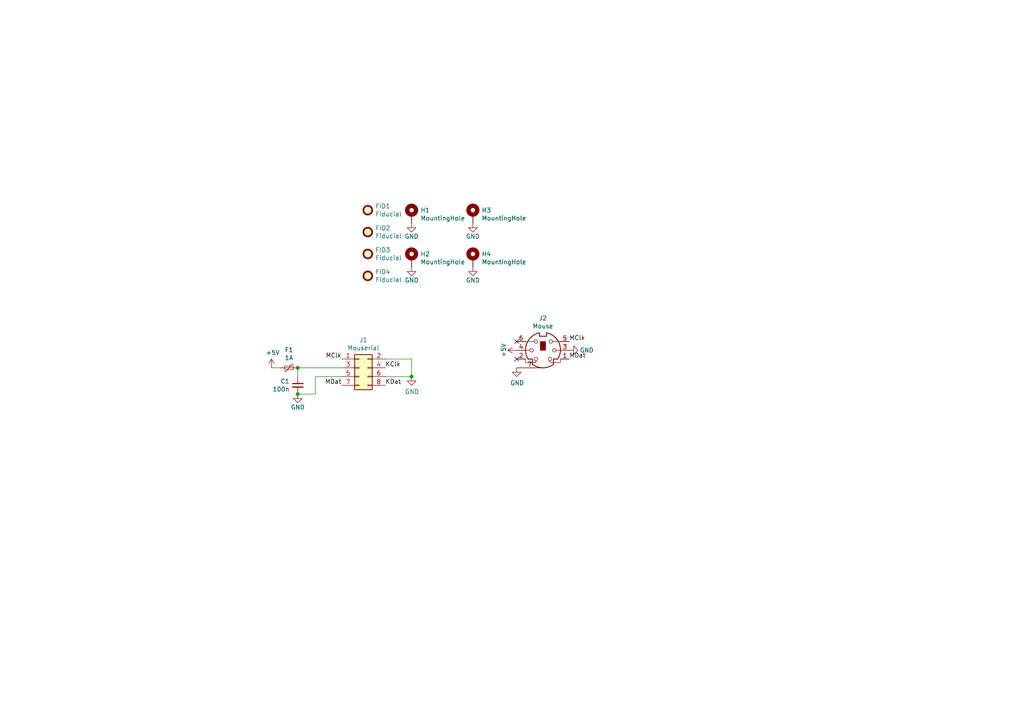
<source format=kicad_sch>
(kicad_sch (version 20230121) (generator eeschema)
  (paper "A4")
  (lib_symbols
    (symbol "Connector_Generic:Conn_02x04_Odd_Even" (pin_names (offset 1.016) hide)
      (property "Reference" "J" (at 1.27 5.08 0))
      (property "Value" "Conn_02x04_Odd_Even" (at 1.27 -7.62 0))
      (symbol "Conn_02x04_Odd_Even_1_1"
        (rectangle (start -1.27 -4.953) (end 0 -5.207) (stroke (width 0.1524)))
        (rectangle (start -1.27 -2.413) (end 0 -2.667) (stroke (width 0.1524)))
        (rectangle (start -1.27 0.127) (end 0 -0.127) (stroke (width 0.1524)))
        (rectangle (start -1.27 2.667) (end 0 2.413) (stroke (width 0.1524)))
        (rectangle (start -1.27 3.81) (end 3.81 -6.35) (stroke (width 0.254)) (fill (type background)))
        (rectangle (start 3.81 -4.953) (end 2.54 -5.207) (stroke (width 0.1524)))
        (rectangle (start 3.81 -2.413) (end 2.54 -2.667) (stroke (width 0.1524)))
        (rectangle (start 3.81 0.127) (end 2.54 -0.127) (stroke (width 0.1524)))
        (rectangle (start 3.81 2.667) (end 2.54 2.413) (stroke (width 0.1524)))
        (pin passive line (at -5.08 2.54 0) (length 3.81) (name "Pin_1") (number "1"))
        (pin passive line (at 7.62 2.54 180) (length 3.81) (name "Pin_2") (number "2"))
        (pin passive line (at -5.08 0 0) (length 3.81) (name "Pin_3") (number "3"))
        (pin passive line (at 7.62 0 180) (length 3.81) (name "Pin_4") (number "4"))
        (pin passive line (at -5.08 -2.54 0) (length 3.81) (name "Pin_5") (number "5"))
        (pin passive line (at 7.62 -2.54 180) (length 3.81) (name "Pin_6") (number "6"))
        (pin passive line (at -5.08 -5.08 0) (length 3.81) (name "Pin_7") (number "7"))
        (pin passive line (at 7.62 -5.08 180) (length 3.81) (name "Pin_8") (number "8"))
      )
    )
    (symbol "Device:C_Small" (pin_numbers hide) (pin_names (offset 0.254) hide)
      (property "Reference" "C" (at 0.254 1.778 0))
      (property "Value" "C_Small" (at 0.254 -2.032 0))
      (symbol "C_Small_0_1"
        (polyline (pts (xy -1.524 -0.508) (xy 1.524 -0.508)) (stroke (width 0.3302)))
        (polyline (pts (xy -1.524 0.508) (xy 1.524 0.508)) (stroke (width 0.3048)))
      )
      (symbol "C_Small_1_1"
        (pin passive line (at 0 2.54 270) (length 2.032) (name "~") (number "1"))
        (pin passive line (at 0 -2.54 90) (length 2.032) (name "~") (number "2"))
      )
    )
    (symbol "Device:Polyfuse_Small" (pin_numbers hide) (pin_names (offset 0))
      (property "Reference" "F" (at -1.905 0 90))
      (property "Value" "Polyfuse_Small" (at 1.905 0 90))
      (symbol "Polyfuse_Small_0_1"
        (rectangle (start -0.508 1.27) (end 0.508 -1.27))
        (polyline (pts (xy 0 2.54) (xy 0 -2.54)))
        (polyline (pts (xy -1.016 1.27) (xy -1.016 0.762) (xy 1.016 -0.762) (xy 1.016 -1.27)))
      )
      (symbol "Polyfuse_Small_1_1"
        (pin passive line (at 0 2.54 270) (length 0.635) (name "~") (number "1"))
        (pin passive line (at 0 -2.54 90) (length 0.635) (name "~") (number "2"))
      )
    )
    (symbol "Mechanical:Fiducial"
      (property "Reference" "FID" (at 0 5.08 0))
      (property "Value" "Fiducial" (at 0 3.175 0))
      (symbol "Fiducial_0_1"
        (circle (center 0 0) (radius 1.27) (stroke (width 0.508)) (fill (type background)))
      )
    )
    (symbol "Mechanical:MountingHole_Pad" (pin_numbers hide) (pin_names (offset 1.016) hide)
      (property "Reference" "H" (at 0 6.35 0))
      (property "Value" "MountingHole_Pad" (at 0 4.445 0))
      (symbol "MountingHole_Pad_0_1"
        (circle (center 0 1.27) (radius 1.27) (stroke (width 1.27)))
      )
      (symbol "MountingHole_Pad_1_1"
        (pin input line (at 0 -2.54 90) (length 2.54) (name "1") (number "1"))
      )
    )
    (symbol "mouserial-mouse-rescue:MiniDIN-6-StandardParts" (pin_names (offset 1.016))
      (property "Reference" "U" (at 1.27 15.24 0))
      (property "Value" "StandardParts_MiniDIN-6" (at 0 -6.35 0))
      (symbol "MiniDIN-6-StandardParts_1_1"
        (circle (center -3.302 0) (radius 0.508))
        (arc (start -3.048 -4.064) (mid 0 -5.08) (end 3.048 -4.064) (stroke (width 0.254)))
        (circle (center -2.032 -2.54) (radius 0.508))
        (circle (center -2.032 2.54) (radius 0.508))
        (arc (start -1.016 5.08) (mid -4.6228 2.1214) (end -4.318 -2.54) (stroke (width 0.254)))
        (rectangle (start -0.762 2.54) (end 0.762 0) (fill (type outline)))
        (polyline (pts (xy -3.81 0) (xy -5.08 0)))
        (polyline (pts (xy -2.54 2.54) (xy -5.08 2.54)))
        (polyline (pts (xy 2.794 2.54) (xy 5.08 2.54)))
        (polyline (pts (xy 5.08 0) (xy 3.81 0)))
        (polyline (pts (xy -4.318 -2.54) (xy -3.048 -2.54) (xy -3.048 -4.064)) (stroke (width 0.254)))
        (polyline (pts (xy 4.318 -2.54) (xy 3.048 -2.54) (xy 3.048 -4.064)) (stroke (width 0.254)))
        (polyline (pts (xy -2.032 -3.048) (xy -2.032 -3.556) (xy -5.08 -3.556) (xy -5.08 -2.54)))
        (polyline (pts (xy -1.016 5.08) (xy -1.016 4.064) (xy 1.016 4.064) (xy 1.016 5.08)) (stroke (width 0.254)))
        (polyline (pts (xy 2.032 -3.048) (xy 2.032 -3.556) (xy 5.08 -3.556) (xy 5.08 -2.54)))
        (circle (center 2.032 -2.54) (radius 0.508))
        (circle (center 2.286 2.54) (radius 0.508))
        (circle (center 3.302 0) (radius 0.508))
        (arc (start 4.318 -2.54) (mid 4.6661 2.1322) (end 1.016 5.08) (stroke (width 0.254)))
        (pin passive line (at 7.62 -2.54 180) (length 2.54) (name "~") (number "1"))
        (pin passive line (at -7.62 -2.54 0) (length 2.54) (name "~") (number "2"))
        (pin passive line (at 7.62 0 180) (length 2.54) (name "~") (number "3"))
        (pin passive line (at -7.62 0 0) (length 2.54) (name "~") (number "4"))
        (pin passive line (at 7.62 2.54 180) (length 2.54) (name "~") (number "5"))
        (pin passive line (at -7.62 2.54 0) (length 2.54) (name "~") (number "6"))
        (pin passive line (at -7.62 -5.08 0) (length 7.62) (name "~") (number "7"))
      )
    )
    (symbol "power:+5V" (power) (pin_names (offset 0))
      (property "Value" "+5V" (at 0 3.556 0))
      (symbol "+5V_0_1"
        (polyline (pts (xy -0.762 1.27) (xy 0 2.54)))
        (polyline (pts (xy 0 0) (xy 0 2.54)))
        (polyline (pts (xy 0 2.54) (xy 0.762 1.27)))
      )
      (symbol "+5V_1_1"
        (pin power_in line (at 0 0 90) (length 0) hide (name "+5V") (number "1"))
      )
    )
    (symbol "power:GND" (power) (pin_names (offset 0))
      (property "Value" "GND" (at 0 -3.81 0))
      (symbol "GND_0_1"
        (polyline (pts (xy 0 0) (xy 0 -1.27) (xy 1.27 -1.27) (xy 0 -2.54) (xy -1.27 -1.27) (xy 0 -1.27)))
      )
      (symbol "GND_1_1"
        (pin power_in line (at 0 0 270) (length 0) hide (name "GND") (number "1"))
      )
    )
  )
  (junction (at 86.36 114.3))
  (junction (at 86.36 106.68))
  (junction (at 119.38 109.22))
  (no_connect (at 149.86 99.06))
  (no_connect (at 149.86 104.14))
  (wire (pts (xy 119.38 104.14) (xy 119.38 109.22)))
  (wire (pts (xy 86.36 106.68) (xy 99.06 106.68)))
  (wire (pts (xy 91.44 109.22) (xy 99.06 109.22)))
  (wire (pts (xy 119.38 109.22) (xy 111.76 109.22)))
  (wire (pts (xy 111.76 104.14) (xy 119.38 104.14)))
  (wire (pts (xy 86.36 114.3) (xy 91.44 114.3)))
  (wire (pts (xy 78.74 106.68) (xy 81.28 106.68)))
  (wire (pts (xy 86.36 106.68) (xy 86.36 109.22)))
  (wire (pts (xy 91.44 114.3) (xy 91.44 109.22)))
  (label "MDat" (at 99.06 111.76 180))
  (label "MClk" (at 99.06 104.14 180))
  (label "MClk" (at 165.1 99.06 0))
  (label "KDat" (at 111.76 111.76 0))
  (label "KClk" (at 111.76 106.68 0))
  (label "MDat" (at 165.1 104.14 0))
  (symbol (lib_id "Device:C_Small") (at 86.36 111.76 0) (mirror y) (unit 1)
    (property "Reference" "C1" (at 84.0232 110.5916 0) (effects (justify left)))
    (property "Value" "100n" (at 84.0232 112.903 0) (effects (justify left)))
    (property "Footprint" "stdpads:C_0805" (effects hide))
  )
  (symbol (lib_id "power:GND") (at 86.36 114.3 0) (unit 1)
    (property "Reference" "#PWR04" (effects hide))
    (property "Value" "GND" (at 86.36 118.11 0))
  )
  (symbol (lib_id "power:GND") (at 165.1 101.6 90) (unit 1)
    (property "Reference" "#PWR015" (effects hide))
    (property "Value" "GND" (at 170.18 101.6 90))
  )
  (symbol (lib_id "power:+5V") (at 149.86 101.6 90) (unit 1)
    (property "Reference" "#PWR012" (effects hide))
    (property "Value" "+5V" (at 146.05 101.6 0))
  )
  (symbol (lib_id "mouserial-mouse-rescue:MiniDIN-6-StandardParts") (at 157.48 101.6 0) (unit 1)
    (property "Reference" "J2" (at 157.48 92.2782 0))
    (property "Value" "Mouse" (at 157.48 94.5896 0))
    (property "Footprint" "stdpads:MD-60" (effects hide))
  )
  (symbol (lib_id "power:GND") (at 149.86 106.68 0) (unit 1)
    (property "Reference" "#PWR013" (effects hide))
    (property "Value" "GND" (at 149.987 111.0742 0))
  )
  (symbol (lib_id "Device:Polyfuse_Small") (at 83.82 106.68 270) (unit 1)
    (property "Reference" "F1" (at 83.82 101.473 90))
    (property "Value" "1A" (at 83.82 103.7844 90))
    (property "Footprint" "stdpads:BelFuse_1206" (effects hide))
  )
  (symbol (lib_id "Mechanical:MountingHole_Pad") (at 119.38 62.23 0) (unit 1)
    (property "Reference" "H1" (at 121.92 60.9854 0) (effects (justify left)))
    (property "Value" "MountingHole" (at 121.92 63.2968 0) (effects (justify left)))
    (property "Footprint" "stdpads:PasteHole_1.05mm_PTH" (effects hide))
  )
  (symbol (lib_id "Mechanical:MountingHole_Pad") (at 119.38 74.93 0) (unit 1)
    (property "Reference" "H2" (at 121.92 73.6854 0) (effects (justify left)))
    (property "Value" "MountingHole" (at 121.92 75.9968 0) (effects (justify left)))
    (property "Footprint" "stdpads:PasteHole_1.05mm_PTH" (effects hide))
  )
  (symbol (lib_id "Mechanical:MountingHole_Pad") (at 137.16 62.23 0) (unit 1)
    (property "Reference" "H3" (at 139.7 60.9854 0) (effects (justify left)))
    (property "Value" "MountingHole" (at 139.7 63.2968 0) (effects (justify left)))
    (property "Footprint" "stdpads:PasteHole_1.05mm_PTH" (effects hide))
  )
  (symbol (lib_id "Mechanical:MountingHole_Pad") (at 137.16 74.93 0) (unit 1)
    (property "Reference" "H4" (at 139.7 73.6854 0) (effects (justify left)))
    (property "Value" "MountingHole" (at 139.7 75.9968 0) (effects (justify left)))
    (property "Footprint" "stdpads:PasteHole_1.05mm_PTH" (effects hide))
  )
  (symbol (lib_id "power:GND") (at 119.38 64.77 0) (unit 1)
    (property "Reference" "#PWR0102" (effects hide))
    (property "Value" "GND" (at 119.38 68.58 0))
  )
  (symbol (lib_id "power:GND") (at 137.16 64.77 0) (unit 1)
    (property "Reference" "#PWR0104" (effects hide))
    (property "Value" "GND" (at 137.16 68.58 0))
  )
  (symbol (lib_id "power:GND") (at 137.16 77.47 0) (unit 1)
    (property "Reference" "#PWR0105" (effects hide))
    (property "Value" "GND" (at 137.16 81.28 0))
  )
  (symbol (lib_id "Mechanical:Fiducial") (at 106.68 60.96 0) (unit 1)
    (property "Reference" "FID1" (at 108.839 59.7916 0) (effects (justify left)))
    (property "Value" "Fiducial" (at 108.839 62.103 0) (effects (justify left)))
    (property "Footprint" "stdpads:Fiducial" (effects hide))
  )
  (symbol (lib_id "power:GND") (at 119.38 77.47 0) (unit 1)
    (property "Reference" "#PWR0106" (effects hide))
    (property "Value" "GND" (at 119.38 81.28 0))
  )
  (symbol (lib_id "Mechanical:Fiducial") (at 106.68 67.31 0) (unit 1)
    (property "Reference" "FID2" (at 108.839 66.1416 0) (effects (justify left)))
    (property "Value" "Fiducial" (at 108.839 68.453 0) (effects (justify left)))
    (property "Footprint" "stdpads:Fiducial" (effects hide))
  )
  (symbol (lib_id "Mechanical:Fiducial") (at 106.68 73.66 0) (unit 1)
    (property "Reference" "FID3" (at 108.839 72.4916 0) (effects (justify left)))
    (property "Value" "Fiducial" (at 108.839 74.803 0) (effects (justify left)))
    (property "Footprint" "stdpads:Fiducial" (effects hide))
  )
  (symbol (lib_id "Mechanical:Fiducial") (at 106.68 80.01 0) (unit 1)
    (property "Reference" "FID4" (at 108.839 78.8416 0) (effects (justify left)))
    (property "Value" "Fiducial" (at 108.839 81.153 0) (effects (justify left)))
    (property "Footprint" "stdpads:Fiducial" (effects hide))
  )
  (symbol (lib_id "Connector_Generic:Conn_02x04_Odd_Even") (at 104.14 106.68 0) (unit 1)
    (property "Reference" "J1" (at 105.41 98.6282 0))
    (property "Value" "Mouserial" (at 105.41 100.9396 0))
    (property "Footprint" "stdpads:IDC_SMD_2x04_P2.54mm_Vertical" (effects hide))
  )
  (symbol (lib_id "power:GND") (at 119.38 109.22 0) (unit 1)
    (property "Reference" "#PWR0101" (effects hide))
    (property "Value" "GND" (at 119.507 113.6142 0))
  )
  (symbol (lib_id "power:+5V") (at 78.74 106.68 0) (unit 1)
    (property "Reference" "#PWR0103" (effects hide))
    (property "Value" "+5V" (at 79.121 102.2858 0))
  )
)
</source>
